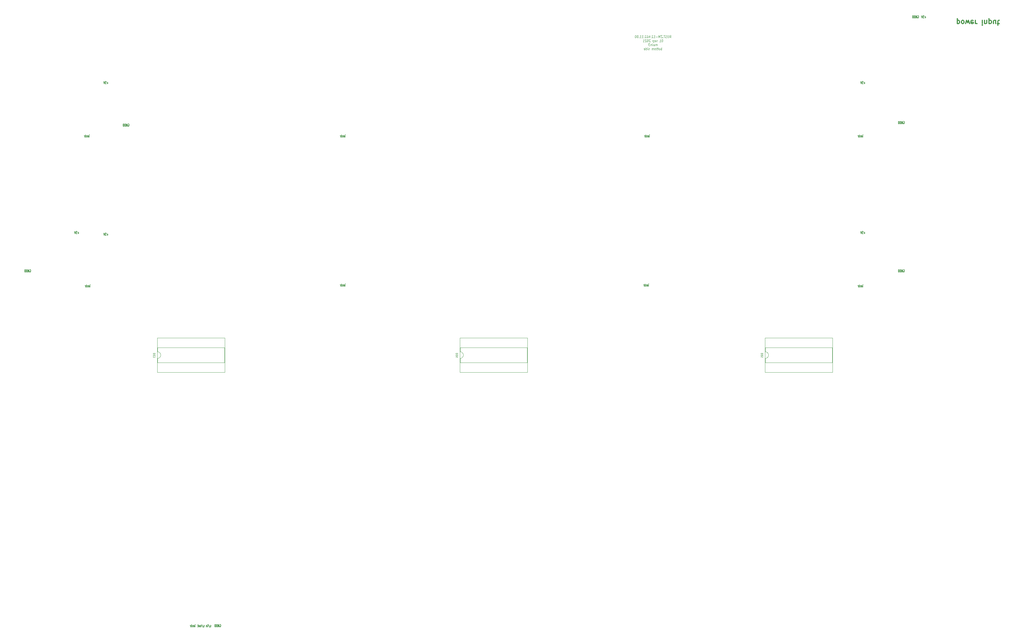
<source format=gbr>
%TF.GenerationSoftware,KiCad,Pcbnew,(5.99.0-12218-g749d2d5987)*%
%TF.CreationDate,2021-09-15T00:58:26+03:00*%
%TF.ProjectId,stend_main,7374656e-645f-46d6-9169-6e2e6b696361,rev*%
%TF.SameCoordinates,PX258bd10PYee998b0*%
%TF.FileFunction,Legend,Bot*%
%TF.FilePolarity,Positive*%
%FSLAX46Y46*%
G04 Gerber Fmt 4.6, Leading zero omitted, Abs format (unit mm)*
G04 Created by KiCad (PCBNEW (5.99.0-12218-g749d2d5987)) date 2021-09-15 00:58:26*
%MOMM*%
%LPD*%
G01*
G04 APERTURE LIST*
%ADD10C,0.127000*%
%ADD11C,0.076200*%
%ADD12C,0.300000*%
G04 APERTURE END LIST*
D10*
X22835809Y151547286D02*
X22835809Y152055286D01*
X22835809Y152309286D02*
X22860000Y152273000D01*
X22835809Y152236715D01*
X22811619Y152273000D01*
X22835809Y152309286D01*
X22835809Y152236715D01*
X22593904Y152055286D02*
X22593904Y151547286D01*
X22593904Y151982715D02*
X22569714Y152019000D01*
X22521333Y152055286D01*
X22448761Y152055286D01*
X22400380Y152019000D01*
X22376190Y151946429D01*
X22376190Y151547286D01*
X22158476Y151583572D02*
X22110095Y151547286D01*
X22013333Y151547286D01*
X21964952Y151583572D01*
X21940761Y151656143D01*
X21940761Y151692429D01*
X21964952Y151765000D01*
X22013333Y151801286D01*
X22085904Y151801286D01*
X22134285Y151837572D01*
X22158476Y151910143D01*
X22158476Y151946429D01*
X22134285Y152019000D01*
X22085904Y152055286D01*
X22013333Y152055286D01*
X21964952Y152019000D01*
X21795619Y152055286D02*
X21602095Y152055286D01*
X21723047Y152309286D02*
X21723047Y151656143D01*
X21698857Y151583572D01*
X21650476Y151547286D01*
X21602095Y151547286D01*
X21432761Y151547286D02*
X21432761Y152055286D01*
X21432761Y151910143D02*
X21408571Y151982715D01*
X21384380Y152019000D01*
X21336000Y152055286D01*
X21287619Y152055286D01*
X28593142Y168093572D02*
X28206095Y168093572D01*
X28399619Y167803286D02*
X28399619Y168383858D01*
X27722285Y168565286D02*
X27964190Y168565286D01*
X27988380Y168202429D01*
X27964190Y168238715D01*
X27915809Y168275000D01*
X27794857Y168275000D01*
X27746476Y168238715D01*
X27722285Y168202429D01*
X27698095Y168129858D01*
X27698095Y167948429D01*
X27722285Y167875858D01*
X27746476Y167839572D01*
X27794857Y167803286D01*
X27915809Y167803286D01*
X27964190Y167839572D01*
X27988380Y167875858D01*
X27552952Y168565286D02*
X27383619Y167803286D01*
X27214285Y168565286D01*
D11*
X199628880Y181835516D02*
X199840547Y182198373D01*
X199991738Y181835516D02*
X199991738Y182597516D01*
X199749833Y182597516D01*
X199689357Y182561230D01*
X199659119Y182524945D01*
X199628880Y182452373D01*
X199628880Y182343516D01*
X199659119Y182270945D01*
X199689357Y182234659D01*
X199749833Y182198373D01*
X199991738Y182198373D01*
X199356738Y182597516D02*
X199356738Y181980659D01*
X199326500Y181908088D01*
X199296261Y181871802D01*
X199235785Y181835516D01*
X199114833Y181835516D01*
X199054357Y181871802D01*
X199024119Y181908088D01*
X198993880Y181980659D01*
X198993880Y182597516D01*
X198721738Y181871802D02*
X198631023Y181835516D01*
X198479833Y181835516D01*
X198419357Y181871802D01*
X198389119Y181908088D01*
X198358880Y181980659D01*
X198358880Y182053230D01*
X198389119Y182125802D01*
X198419357Y182162088D01*
X198479833Y182198373D01*
X198600785Y182234659D01*
X198661261Y182270945D01*
X198691500Y182307230D01*
X198721738Y182379802D01*
X198721738Y182452373D01*
X198691500Y182524945D01*
X198661261Y182561230D01*
X198600785Y182597516D01*
X198449595Y182597516D01*
X198358880Y182561230D01*
X198177452Y182597516D02*
X197814595Y182597516D01*
X197996023Y181835516D02*
X197996023Y182597516D01*
X197602928Y181908088D02*
X197572690Y181871802D01*
X197602928Y181835516D01*
X197633166Y181871802D01*
X197602928Y181908088D01*
X197602928Y181835516D01*
X197361023Y182597516D02*
X196937690Y182597516D01*
X197361023Y181835516D01*
X196937690Y181835516D01*
X196695785Y181835516D02*
X196695785Y182597516D01*
X196484119Y182053230D01*
X196272452Y182597516D01*
X196272452Y181835516D01*
X195970071Y182125802D02*
X195486261Y182125802D01*
X194851261Y181835516D02*
X195214119Y181835516D01*
X195032690Y181835516D02*
X195032690Y182597516D01*
X195093166Y182488659D01*
X195153642Y182416088D01*
X195214119Y182379802D01*
X194609357Y182524945D02*
X194579119Y182561230D01*
X194518642Y182597516D01*
X194367452Y182597516D01*
X194306976Y182561230D01*
X194276738Y182524945D01*
X194246500Y182452373D01*
X194246500Y182379802D01*
X194276738Y182270945D01*
X194639595Y181835516D01*
X194246500Y181835516D01*
X193974357Y181908088D02*
X193944119Y181871802D01*
X193974357Y181835516D01*
X194004595Y181871802D01*
X193974357Y181908088D01*
X193974357Y181835516D01*
X193399833Y182343516D02*
X193399833Y181835516D01*
X193551023Y182633802D02*
X193702214Y182089516D01*
X193309119Y182089516D01*
X192946261Y182597516D02*
X192885785Y182597516D01*
X192825309Y182561230D01*
X192795071Y182524945D01*
X192764833Y182452373D01*
X192734595Y182307230D01*
X192734595Y182125802D01*
X192764833Y181980659D01*
X192795071Y181908088D01*
X192825309Y181871802D01*
X192885785Y181835516D01*
X192946261Y181835516D01*
X193006738Y181871802D01*
X193036976Y181908088D01*
X193067214Y181980659D01*
X193097452Y182125802D01*
X193097452Y182307230D01*
X193067214Y182452373D01*
X193036976Y182524945D01*
X193006738Y182561230D01*
X192946261Y182597516D01*
X192492690Y182524945D02*
X192462452Y182561230D01*
X192401976Y182597516D01*
X192250785Y182597516D01*
X192190309Y182561230D01*
X192160071Y182524945D01*
X192129833Y182452373D01*
X192129833Y182379802D01*
X192160071Y182270945D01*
X192522928Y181835516D01*
X192129833Y181835516D01*
X191857690Y181908088D02*
X191827452Y181871802D01*
X191857690Y181835516D01*
X191887928Y181871802D01*
X191857690Y181908088D01*
X191857690Y181835516D01*
X191222690Y181835516D02*
X191585547Y181835516D01*
X191404119Y181835516D02*
X191404119Y182597516D01*
X191464595Y182488659D01*
X191525071Y182416088D01*
X191585547Y182379802D01*
X190617928Y181835516D02*
X190980785Y181835516D01*
X190799357Y181835516D02*
X190799357Y182597516D01*
X190859833Y182488659D01*
X190920309Y182416088D01*
X190980785Y182379802D01*
X190345785Y181908088D02*
X190315547Y181871802D01*
X190345785Y181835516D01*
X190376023Y181871802D01*
X190345785Y181908088D01*
X190345785Y181835516D01*
X189922452Y182597516D02*
X189861976Y182597516D01*
X189801500Y182561230D01*
X189771261Y182524945D01*
X189741023Y182452373D01*
X189710785Y182307230D01*
X189710785Y182125802D01*
X189741023Y181980659D01*
X189771261Y181908088D01*
X189801500Y181871802D01*
X189861976Y181835516D01*
X189922452Y181835516D01*
X189982928Y181871802D01*
X190013166Y181908088D01*
X190043404Y181980659D01*
X190073642Y182125802D01*
X190073642Y182307230D01*
X190043404Y182452373D01*
X190013166Y182524945D01*
X189982928Y182561230D01*
X189922452Y182597516D01*
X189317690Y182597516D02*
X189257214Y182597516D01*
X189196738Y182561230D01*
X189166500Y182524945D01*
X189136261Y182452373D01*
X189106023Y182307230D01*
X189106023Y182125802D01*
X189136261Y181980659D01*
X189166500Y181908088D01*
X189196738Y181871802D01*
X189257214Y181835516D01*
X189317690Y181835516D01*
X189378166Y181871802D01*
X189408404Y181908088D01*
X189438642Y181980659D01*
X189468880Y182125802D01*
X189468880Y182307230D01*
X189438642Y182452373D01*
X189408404Y182524945D01*
X189378166Y182561230D01*
X189317690Y182597516D01*
X197406380Y181370696D02*
X197345904Y181370696D01*
X197285428Y181334410D01*
X197255190Y181298125D01*
X197224952Y181225553D01*
X197194714Y181080410D01*
X197194714Y180898982D01*
X197224952Y180753839D01*
X197255190Y180681268D01*
X197285428Y180644982D01*
X197345904Y180608696D01*
X197406380Y180608696D01*
X197466857Y180644982D01*
X197497095Y180681268D01*
X197527333Y180753839D01*
X197557571Y180898982D01*
X197557571Y181080410D01*
X197527333Y181225553D01*
X197497095Y181298125D01*
X197466857Y181334410D01*
X197406380Y181370696D01*
X196589952Y180608696D02*
X196952809Y180608696D01*
X196771380Y180608696D02*
X196771380Y181370696D01*
X196831857Y181261839D01*
X196892333Y181189268D01*
X196952809Y181152982D01*
X195864238Y180644982D02*
X195803761Y180608696D01*
X195682809Y180608696D01*
X195622333Y180644982D01*
X195592095Y180717553D01*
X195592095Y180753839D01*
X195622333Y180826410D01*
X195682809Y180862696D01*
X195773523Y180862696D01*
X195834000Y180898982D01*
X195864238Y180971553D01*
X195864238Y181007839D01*
X195834000Y181080410D01*
X195773523Y181116696D01*
X195682809Y181116696D01*
X195622333Y181080410D01*
X195078047Y180644982D02*
X195138523Y180608696D01*
X195259476Y180608696D01*
X195319952Y180644982D01*
X195350190Y180717553D01*
X195350190Y181007839D01*
X195319952Y181080410D01*
X195259476Y181116696D01*
X195138523Y181116696D01*
X195078047Y181080410D01*
X195047809Y181007839D01*
X195047809Y180935268D01*
X195350190Y180862696D01*
X194775666Y181116696D02*
X194775666Y180354696D01*
X194775666Y181080410D02*
X194715190Y181116696D01*
X194594238Y181116696D01*
X194533761Y181080410D01*
X194503523Y181044125D01*
X194473285Y180971553D01*
X194473285Y180753839D01*
X194503523Y180681268D01*
X194533761Y180644982D01*
X194594238Y180608696D01*
X194715190Y180608696D01*
X194775666Y180644982D01*
X193747571Y181298125D02*
X193717333Y181334410D01*
X193656857Y181370696D01*
X193505666Y181370696D01*
X193445190Y181334410D01*
X193414952Y181298125D01*
X193384714Y181225553D01*
X193384714Y181152982D01*
X193414952Y181044125D01*
X193777809Y180608696D01*
X193384714Y180608696D01*
X192991619Y181370696D02*
X192931142Y181370696D01*
X192870666Y181334410D01*
X192840428Y181298125D01*
X192810190Y181225553D01*
X192779952Y181080410D01*
X192779952Y180898982D01*
X192810190Y180753839D01*
X192840428Y180681268D01*
X192870666Y180644982D01*
X192931142Y180608696D01*
X192991619Y180608696D01*
X193052095Y180644982D01*
X193082333Y180681268D01*
X193112571Y180753839D01*
X193142809Y180898982D01*
X193142809Y181080410D01*
X193112571Y181225553D01*
X193082333Y181298125D01*
X193052095Y181334410D01*
X192991619Y181370696D01*
X192538047Y181298125D02*
X192507809Y181334410D01*
X192447333Y181370696D01*
X192296142Y181370696D01*
X192235666Y181334410D01*
X192205428Y181298125D01*
X192175190Y181225553D01*
X192175190Y181152982D01*
X192205428Y181044125D01*
X192568285Y180608696D01*
X192175190Y180608696D01*
X191570428Y180608696D02*
X191933285Y180608696D01*
X191751857Y180608696D02*
X191751857Y181370696D01*
X191812333Y181261839D01*
X191872809Y181189268D01*
X191933285Y181152982D01*
X195864238Y179381876D02*
X195864238Y179889876D01*
X195864238Y179817305D02*
X195834000Y179853590D01*
X195773523Y179889876D01*
X195682809Y179889876D01*
X195622333Y179853590D01*
X195592095Y179781019D01*
X195592095Y179381876D01*
X195592095Y179781019D02*
X195561857Y179853590D01*
X195501380Y179889876D01*
X195410666Y179889876D01*
X195350190Y179853590D01*
X195319952Y179781019D01*
X195319952Y179381876D01*
X194745428Y179381876D02*
X194745428Y179781019D01*
X194775666Y179853590D01*
X194836142Y179889876D01*
X194957095Y179889876D01*
X195017571Y179853590D01*
X194745428Y179418162D02*
X194805904Y179381876D01*
X194957095Y179381876D01*
X195017571Y179418162D01*
X195047809Y179490733D01*
X195047809Y179563305D01*
X195017571Y179635876D01*
X194957095Y179672162D01*
X194805904Y179672162D01*
X194745428Y179708448D01*
X194443047Y179381876D02*
X194443047Y179889876D01*
X194443047Y180143876D02*
X194473285Y180107590D01*
X194443047Y180071305D01*
X194412809Y180107590D01*
X194443047Y180143876D01*
X194443047Y180071305D01*
X194140666Y179889876D02*
X194140666Y179381876D01*
X194140666Y179817305D02*
X194110428Y179853590D01*
X194049952Y179889876D01*
X193959238Y179889876D01*
X193898761Y179853590D01*
X193868523Y179781019D01*
X193868523Y179381876D01*
X193626619Y180143876D02*
X193233523Y180143876D01*
X193445190Y179853590D01*
X193354476Y179853590D01*
X193294000Y179817305D01*
X193263761Y179781019D01*
X193233523Y179708448D01*
X193233523Y179527019D01*
X193263761Y179454448D01*
X193294000Y179418162D01*
X193354476Y179381876D01*
X193535904Y179381876D01*
X193596380Y179418162D01*
X193626619Y179454448D01*
X197270309Y178155056D02*
X197270309Y178917056D01*
X197270309Y178626770D02*
X197209833Y178663056D01*
X197088880Y178663056D01*
X197028404Y178626770D01*
X196998166Y178590485D01*
X196967928Y178517913D01*
X196967928Y178300199D01*
X196998166Y178227628D01*
X197028404Y178191342D01*
X197088880Y178155056D01*
X197209833Y178155056D01*
X197270309Y178191342D01*
X196605071Y178155056D02*
X196665547Y178191342D01*
X196695785Y178227628D01*
X196726023Y178300199D01*
X196726023Y178517913D01*
X196695785Y178590485D01*
X196665547Y178626770D01*
X196605071Y178663056D01*
X196514357Y178663056D01*
X196453880Y178626770D01*
X196423642Y178590485D01*
X196393404Y178517913D01*
X196393404Y178300199D01*
X196423642Y178227628D01*
X196453880Y178191342D01*
X196514357Y178155056D01*
X196605071Y178155056D01*
X196211976Y178663056D02*
X195970071Y178663056D01*
X196121261Y178917056D02*
X196121261Y178263913D01*
X196091023Y178191342D01*
X196030547Y178155056D01*
X195970071Y178155056D01*
X195849119Y178663056D02*
X195607214Y178663056D01*
X195758404Y178917056D02*
X195758404Y178263913D01*
X195728166Y178191342D01*
X195667690Y178155056D01*
X195607214Y178155056D01*
X195304833Y178155056D02*
X195365309Y178191342D01*
X195395547Y178227628D01*
X195425785Y178300199D01*
X195425785Y178517913D01*
X195395547Y178590485D01*
X195365309Y178626770D01*
X195304833Y178663056D01*
X195214119Y178663056D01*
X195153642Y178626770D01*
X195123404Y178590485D01*
X195093166Y178517913D01*
X195093166Y178300199D01*
X195123404Y178227628D01*
X195153642Y178191342D01*
X195214119Y178155056D01*
X195304833Y178155056D01*
X194821023Y178155056D02*
X194821023Y178663056D01*
X194821023Y178590485D02*
X194790785Y178626770D01*
X194730309Y178663056D01*
X194639595Y178663056D01*
X194579119Y178626770D01*
X194548880Y178554199D01*
X194548880Y178155056D01*
X194548880Y178554199D02*
X194518642Y178626770D01*
X194458166Y178663056D01*
X194367452Y178663056D01*
X194306976Y178626770D01*
X194276738Y178554199D01*
X194276738Y178155056D01*
X193520785Y178191342D02*
X193460309Y178155056D01*
X193339357Y178155056D01*
X193278880Y178191342D01*
X193248642Y178263913D01*
X193248642Y178300199D01*
X193278880Y178372770D01*
X193339357Y178409056D01*
X193430071Y178409056D01*
X193490547Y178445342D01*
X193520785Y178517913D01*
X193520785Y178554199D01*
X193490547Y178626770D01*
X193430071Y178663056D01*
X193339357Y178663056D01*
X193278880Y178626770D01*
X192976500Y178155056D02*
X192976500Y178663056D01*
X192976500Y178917056D02*
X193006738Y178880770D01*
X192976500Y178844485D01*
X192946261Y178880770D01*
X192976500Y178917056D01*
X192976500Y178844485D01*
X192401976Y178155056D02*
X192401976Y178917056D01*
X192401976Y178191342D02*
X192462452Y178155056D01*
X192583404Y178155056D01*
X192643880Y178191342D01*
X192674119Y178227628D01*
X192704357Y178300199D01*
X192704357Y178517913D01*
X192674119Y178590485D01*
X192643880Y178626770D01*
X192583404Y178663056D01*
X192462452Y178663056D01*
X192401976Y178626770D01*
X191857690Y178191342D02*
X191918166Y178155056D01*
X192039119Y178155056D01*
X192099595Y178191342D01*
X192129833Y178263913D01*
X192129833Y178554199D01*
X192099595Y178626770D01*
X192039119Y178663056D01*
X191918166Y178663056D01*
X191857690Y178626770D01*
X191827452Y178554199D01*
X191827452Y178481628D01*
X192129833Y178409056D01*
D10*
X28593142Y121865572D02*
X28206095Y121865572D01*
X28399619Y121575286D02*
X28399619Y122155858D01*
X27722285Y122337286D02*
X27964190Y122337286D01*
X27988380Y121974429D01*
X27964190Y122010715D01*
X27915809Y122047000D01*
X27794857Y122047000D01*
X27746476Y122010715D01*
X27722285Y121974429D01*
X27698095Y121901858D01*
X27698095Y121720429D01*
X27722285Y121647858D01*
X27746476Y121611572D01*
X27794857Y121575286D01*
X27915809Y121575286D01*
X27964190Y121611572D01*
X27988380Y121647858D01*
X27552952Y122337286D02*
X27383619Y121575286D01*
X27214285Y122337286D01*
X55093809Y2195286D02*
X55093809Y2703286D01*
X55093809Y2957286D02*
X55118000Y2921000D01*
X55093809Y2884715D01*
X55069619Y2921000D01*
X55093809Y2957286D01*
X55093809Y2884715D01*
X54851904Y2703286D02*
X54851904Y2195286D01*
X54851904Y2630715D02*
X54827714Y2667000D01*
X54779333Y2703286D01*
X54706761Y2703286D01*
X54658380Y2667000D01*
X54634190Y2594429D01*
X54634190Y2195286D01*
X54416476Y2231572D02*
X54368095Y2195286D01*
X54271333Y2195286D01*
X54222952Y2231572D01*
X54198761Y2304143D01*
X54198761Y2340429D01*
X54222952Y2413000D01*
X54271333Y2449286D01*
X54343904Y2449286D01*
X54392285Y2485572D01*
X54416476Y2558143D01*
X54416476Y2594429D01*
X54392285Y2667000D01*
X54343904Y2703286D01*
X54271333Y2703286D01*
X54222952Y2667000D01*
X54053619Y2703286D02*
X53860095Y2703286D01*
X53981047Y2957286D02*
X53981047Y2304143D01*
X53956857Y2231572D01*
X53908476Y2195286D01*
X53860095Y2195286D01*
X53690761Y2195286D02*
X53690761Y2703286D01*
X53690761Y2558143D02*
X53666571Y2630715D01*
X53642380Y2667000D01*
X53594000Y2703286D01*
X53545619Y2703286D01*
X34677047Y155575000D02*
X34725428Y155611286D01*
X34798000Y155611286D01*
X34870571Y155575000D01*
X34918952Y155502429D01*
X34943142Y155429858D01*
X34967333Y155284715D01*
X34967333Y155175858D01*
X34943142Y155030715D01*
X34918952Y154958143D01*
X34870571Y154885572D01*
X34798000Y154849286D01*
X34749619Y154849286D01*
X34677047Y154885572D01*
X34652857Y154921858D01*
X34652857Y155175858D01*
X34749619Y155175858D01*
X34435142Y154849286D02*
X34435142Y155611286D01*
X34144857Y154849286D01*
X34144857Y155611286D01*
X33902952Y154849286D02*
X33902952Y155611286D01*
X33782000Y155611286D01*
X33709428Y155575000D01*
X33661047Y155502429D01*
X33636857Y155429858D01*
X33612666Y155284715D01*
X33612666Y155175858D01*
X33636857Y155030715D01*
X33661047Y154958143D01*
X33709428Y154885572D01*
X33782000Y154849286D01*
X33902952Y154849286D01*
X33394952Y154849286D02*
X33394952Y155611286D01*
X33274000Y155611286D01*
X33201428Y155575000D01*
X33153047Y155502429D01*
X33128857Y155429858D01*
X33104666Y155284715D01*
X33104666Y155175858D01*
X33128857Y155030715D01*
X33153047Y154958143D01*
X33201428Y154885572D01*
X33274000Y154849286D01*
X33394952Y154849286D01*
X258547809Y151547286D02*
X258547809Y152055286D01*
X258547809Y152309286D02*
X258572000Y152273000D01*
X258547809Y152236715D01*
X258523619Y152273000D01*
X258547809Y152309286D01*
X258547809Y152236715D01*
X258305904Y152055286D02*
X258305904Y151547286D01*
X258305904Y151982715D02*
X258281714Y152019000D01*
X258233333Y152055286D01*
X258160761Y152055286D01*
X258112380Y152019000D01*
X258088190Y151946429D01*
X258088190Y151547286D01*
X257870476Y151583572D02*
X257822095Y151547286D01*
X257725333Y151547286D01*
X257676952Y151583572D01*
X257652761Y151656143D01*
X257652761Y151692429D01*
X257676952Y151765000D01*
X257725333Y151801286D01*
X257797904Y151801286D01*
X257846285Y151837572D01*
X257870476Y151910143D01*
X257870476Y151946429D01*
X257846285Y152019000D01*
X257797904Y152055286D01*
X257725333Y152055286D01*
X257676952Y152019000D01*
X257507619Y152055286D02*
X257314095Y152055286D01*
X257435047Y152309286D02*
X257435047Y151656143D01*
X257410857Y151583572D01*
X257362476Y151547286D01*
X257314095Y151547286D01*
X257144761Y151547286D02*
X257144761Y152055286D01*
X257144761Y151910143D02*
X257120571Y151982715D01*
X257096380Y152019000D01*
X257048000Y152055286D01*
X256999619Y152055286D01*
X259225142Y122373572D02*
X258838095Y122373572D01*
X259031619Y122083286D02*
X259031619Y122663858D01*
X258354285Y122845286D02*
X258596190Y122845286D01*
X258620380Y122482429D01*
X258596190Y122518715D01*
X258547809Y122555000D01*
X258426857Y122555000D01*
X258378476Y122518715D01*
X258354285Y122482429D01*
X258330095Y122409858D01*
X258330095Y122228429D01*
X258354285Y122155858D01*
X258378476Y122119572D01*
X258426857Y122083286D01*
X258547809Y122083286D01*
X258596190Y122119572D01*
X258620380Y122155858D01*
X258184952Y122845286D02*
X258015619Y122083286D01*
X257846285Y122845286D01*
X62617047Y2921000D02*
X62665428Y2957286D01*
X62738000Y2957286D01*
X62810571Y2921000D01*
X62858952Y2848429D01*
X62883142Y2775858D01*
X62907333Y2630715D01*
X62907333Y2521858D01*
X62883142Y2376715D01*
X62858952Y2304143D01*
X62810571Y2231572D01*
X62738000Y2195286D01*
X62689619Y2195286D01*
X62617047Y2231572D01*
X62592857Y2267858D01*
X62592857Y2521858D01*
X62689619Y2521858D01*
X62375142Y2195286D02*
X62375142Y2957286D01*
X62084857Y2195286D01*
X62084857Y2957286D01*
X61842952Y2195286D02*
X61842952Y2957286D01*
X61722000Y2957286D01*
X61649428Y2921000D01*
X61601047Y2848429D01*
X61576857Y2775858D01*
X61552666Y2630715D01*
X61552666Y2521858D01*
X61576857Y2376715D01*
X61601047Y2304143D01*
X61649428Y2231572D01*
X61722000Y2195286D01*
X61842952Y2195286D01*
X61334952Y2195286D02*
X61334952Y2957286D01*
X61214000Y2957286D01*
X61141428Y2921000D01*
X61093047Y2848429D01*
X61068857Y2775858D01*
X61044666Y2630715D01*
X61044666Y2521858D01*
X61068857Y2376715D01*
X61093047Y2304143D01*
X61141428Y2231572D01*
X61214000Y2195286D01*
X61334952Y2195286D01*
X100813809Y151547286D02*
X100813809Y152055286D01*
X100813809Y152309286D02*
X100838000Y152273000D01*
X100813809Y152236715D01*
X100789619Y152273000D01*
X100813809Y152309286D01*
X100813809Y152236715D01*
X100571904Y152055286D02*
X100571904Y151547286D01*
X100571904Y151982715D02*
X100547714Y152019000D01*
X100499333Y152055286D01*
X100426761Y152055286D01*
X100378380Y152019000D01*
X100354190Y151946429D01*
X100354190Y151547286D01*
X100136476Y151583572D02*
X100088095Y151547286D01*
X99991333Y151547286D01*
X99942952Y151583572D01*
X99918761Y151656143D01*
X99918761Y151692429D01*
X99942952Y151765000D01*
X99991333Y151801286D01*
X100063904Y151801286D01*
X100112285Y151837572D01*
X100136476Y151910143D01*
X100136476Y151946429D01*
X100112285Y152019000D01*
X100063904Y152055286D01*
X99991333Y152055286D01*
X99942952Y152019000D01*
X99773619Y152055286D02*
X99580095Y152055286D01*
X99701047Y152309286D02*
X99701047Y151656143D01*
X99676857Y151583572D01*
X99628476Y151547286D01*
X99580095Y151547286D01*
X99410761Y151547286D02*
X99410761Y152055286D01*
X99410761Y151910143D02*
X99386571Y151982715D01*
X99362380Y152019000D01*
X99314000Y152055286D01*
X99265619Y152055286D01*
X19703142Y122373572D02*
X19316095Y122373572D01*
X19509619Y122083286D02*
X19509619Y122663858D01*
X18832285Y122845286D02*
X19074190Y122845286D01*
X19098380Y122482429D01*
X19074190Y122518715D01*
X19025809Y122555000D01*
X18904857Y122555000D01*
X18856476Y122518715D01*
X18832285Y122482429D01*
X18808095Y122409858D01*
X18808095Y122228429D01*
X18832285Y122155858D01*
X18856476Y122119572D01*
X18904857Y122083286D01*
X19025809Y122083286D01*
X19074190Y122119572D01*
X19098380Y122155858D01*
X18662952Y122845286D02*
X18493619Y122083286D01*
X18324285Y122845286D01*
D12*
X287288285Y186160572D02*
X287288285Y187660572D01*
X287288285Y186232000D02*
X287431142Y186160572D01*
X287716857Y186160572D01*
X287859714Y186232000D01*
X287931142Y186303429D01*
X288002571Y186446286D01*
X288002571Y186874858D01*
X287931142Y187017715D01*
X287859714Y187089143D01*
X287716857Y187160572D01*
X287431142Y187160572D01*
X287288285Y187089143D01*
X288859714Y187160572D02*
X288716857Y187089143D01*
X288645428Y187017715D01*
X288574000Y186874858D01*
X288574000Y186446286D01*
X288645428Y186303429D01*
X288716857Y186232000D01*
X288859714Y186160572D01*
X289074000Y186160572D01*
X289216857Y186232000D01*
X289288285Y186303429D01*
X289359714Y186446286D01*
X289359714Y186874858D01*
X289288285Y187017715D01*
X289216857Y187089143D01*
X289074000Y187160572D01*
X288859714Y187160572D01*
X289859714Y186160572D02*
X290145428Y187160572D01*
X290431142Y186446286D01*
X290716857Y187160572D01*
X291002571Y186160572D01*
X292145428Y187089143D02*
X292002571Y187160572D01*
X291716857Y187160572D01*
X291574000Y187089143D01*
X291502571Y186946286D01*
X291502571Y186374858D01*
X291574000Y186232000D01*
X291716857Y186160572D01*
X292002571Y186160572D01*
X292145428Y186232000D01*
X292216857Y186374858D01*
X292216857Y186517715D01*
X291502571Y186660572D01*
X292859714Y187160572D02*
X292859714Y186160572D01*
X292859714Y186446286D02*
X292931142Y186303429D01*
X293002571Y186232000D01*
X293145428Y186160572D01*
X293288285Y186160572D01*
X294931142Y187160572D02*
X294931142Y186160572D01*
X294931142Y185660572D02*
X294859714Y185732000D01*
X294931142Y185803429D01*
X295002571Y185732000D01*
X294931142Y185660572D01*
X294931142Y185803429D01*
X295645428Y186160572D02*
X295645428Y187160572D01*
X295645428Y186303429D02*
X295716857Y186232000D01*
X295859714Y186160572D01*
X296074000Y186160572D01*
X296216857Y186232000D01*
X296288285Y186374858D01*
X296288285Y187160572D01*
X297002571Y186160572D02*
X297002571Y187660572D01*
X297002571Y186232000D02*
X297145428Y186160572D01*
X297431142Y186160572D01*
X297574000Y186232000D01*
X297645428Y186303429D01*
X297716857Y186446286D01*
X297716857Y186874858D01*
X297645428Y187017715D01*
X297574000Y187089143D01*
X297431142Y187160572D01*
X297145428Y187160572D01*
X297002571Y187089143D01*
X299002571Y186160572D02*
X299002571Y187160572D01*
X298359714Y186160572D02*
X298359714Y186946286D01*
X298431142Y187089143D01*
X298574000Y187160572D01*
X298788285Y187160572D01*
X298931142Y187089143D01*
X299002571Y187017715D01*
X299502571Y186160572D02*
X300074000Y186160572D01*
X299716857Y185660572D02*
X299716857Y186946286D01*
X299788285Y187089143D01*
X299931142Y187160572D01*
X300074000Y187160572D01*
D10*
X100813809Y106081286D02*
X100813809Y106589286D01*
X100813809Y106843286D02*
X100838000Y106807000D01*
X100813809Y106770715D01*
X100789619Y106807000D01*
X100813809Y106843286D01*
X100813809Y106770715D01*
X100571904Y106589286D02*
X100571904Y106081286D01*
X100571904Y106516715D02*
X100547714Y106553000D01*
X100499333Y106589286D01*
X100426761Y106589286D01*
X100378380Y106553000D01*
X100354190Y106480429D01*
X100354190Y106081286D01*
X100136476Y106117572D02*
X100088095Y106081286D01*
X99991333Y106081286D01*
X99942952Y106117572D01*
X99918761Y106190143D01*
X99918761Y106226429D01*
X99942952Y106299000D01*
X99991333Y106335286D01*
X100063904Y106335286D01*
X100112285Y106371572D01*
X100136476Y106444143D01*
X100136476Y106480429D01*
X100112285Y106553000D01*
X100063904Y106589286D01*
X99991333Y106589286D01*
X99942952Y106553000D01*
X99773619Y106589286D02*
X99580095Y106589286D01*
X99701047Y106843286D02*
X99701047Y106190143D01*
X99676857Y106117572D01*
X99628476Y106081286D01*
X99580095Y106081286D01*
X99410761Y106081286D02*
X99410761Y106589286D01*
X99410761Y106444143D02*
X99386571Y106516715D01*
X99362380Y106553000D01*
X99314000Y106589286D01*
X99265619Y106589286D01*
X193523809Y151547286D02*
X193523809Y152055286D01*
X193523809Y152309286D02*
X193548000Y152273000D01*
X193523809Y152236715D01*
X193499619Y152273000D01*
X193523809Y152309286D01*
X193523809Y152236715D01*
X193281904Y152055286D02*
X193281904Y151547286D01*
X193281904Y151982715D02*
X193257714Y152019000D01*
X193209333Y152055286D01*
X193136761Y152055286D01*
X193088380Y152019000D01*
X193064190Y151946429D01*
X193064190Y151547286D01*
X192846476Y151583572D02*
X192798095Y151547286D01*
X192701333Y151547286D01*
X192652952Y151583572D01*
X192628761Y151656143D01*
X192628761Y151692429D01*
X192652952Y151765000D01*
X192701333Y151801286D01*
X192773904Y151801286D01*
X192822285Y151837572D01*
X192846476Y151910143D01*
X192846476Y151946429D01*
X192822285Y152019000D01*
X192773904Y152055286D01*
X192701333Y152055286D01*
X192652952Y152019000D01*
X192483619Y152055286D02*
X192290095Y152055286D01*
X192411047Y152309286D02*
X192411047Y151656143D01*
X192386857Y151583572D01*
X192338476Y151547286D01*
X192290095Y151547286D01*
X192120761Y151547286D02*
X192120761Y152055286D01*
X192120761Y151910143D02*
X192096571Y151982715D01*
X192072380Y152019000D01*
X192024000Y152055286D01*
X191975619Y152055286D01*
X277767142Y188159572D02*
X277380095Y188159572D01*
X277573619Y187869286D02*
X277573619Y188449858D01*
X276896285Y188631286D02*
X277138190Y188631286D01*
X277162380Y188268429D01*
X277138190Y188304715D01*
X277089809Y188341000D01*
X276968857Y188341000D01*
X276920476Y188304715D01*
X276896285Y188268429D01*
X276872095Y188195858D01*
X276872095Y188014429D01*
X276896285Y187941858D01*
X276920476Y187905572D01*
X276968857Y187869286D01*
X277089809Y187869286D01*
X277138190Y187905572D01*
X277162380Y187941858D01*
X276726952Y188631286D02*
X276557619Y187869286D01*
X276388285Y188631286D01*
X193269809Y106081286D02*
X193269809Y106589286D01*
X193269809Y106843286D02*
X193294000Y106807000D01*
X193269809Y106770715D01*
X193245619Y106807000D01*
X193269809Y106843286D01*
X193269809Y106770715D01*
X193027904Y106589286D02*
X193027904Y106081286D01*
X193027904Y106516715D02*
X193003714Y106553000D01*
X192955333Y106589286D01*
X192882761Y106589286D01*
X192834380Y106553000D01*
X192810190Y106480429D01*
X192810190Y106081286D01*
X192592476Y106117572D02*
X192544095Y106081286D01*
X192447333Y106081286D01*
X192398952Y106117572D01*
X192374761Y106190143D01*
X192374761Y106226429D01*
X192398952Y106299000D01*
X192447333Y106335286D01*
X192519904Y106335286D01*
X192568285Y106371572D01*
X192592476Y106444143D01*
X192592476Y106480429D01*
X192568285Y106553000D01*
X192519904Y106589286D01*
X192447333Y106589286D01*
X192398952Y106553000D01*
X192229619Y106589286D02*
X192036095Y106589286D01*
X192157047Y106843286D02*
X192157047Y106190143D01*
X192132857Y106117572D01*
X192084476Y106081286D01*
X192036095Y106081286D01*
X191866761Y106081286D02*
X191866761Y106589286D01*
X191866761Y106444143D02*
X191842571Y106516715D01*
X191818380Y106553000D01*
X191770000Y106589286D01*
X191721619Y106589286D01*
X57875714Y2231572D02*
X57827333Y2195286D01*
X57730571Y2195286D01*
X57682190Y2231572D01*
X57658000Y2304143D01*
X57658000Y2340429D01*
X57682190Y2413000D01*
X57730571Y2449286D01*
X57803142Y2449286D01*
X57851523Y2485572D01*
X57875714Y2558143D01*
X57875714Y2594429D01*
X57851523Y2667000D01*
X57803142Y2703286D01*
X57730571Y2703286D01*
X57682190Y2667000D01*
X57077428Y2993572D02*
X57512857Y2013858D01*
X56835523Y2195286D02*
X56883904Y2231572D01*
X56908095Y2267858D01*
X56932285Y2340429D01*
X56932285Y2558143D01*
X56908095Y2630715D01*
X56883904Y2667000D01*
X56835523Y2703286D01*
X56762952Y2703286D01*
X56714571Y2667000D01*
X56690380Y2630715D01*
X56666190Y2558143D01*
X56666190Y2340429D01*
X56690380Y2267858D01*
X56714571Y2231572D01*
X56762952Y2195286D01*
X56835523Y2195286D01*
X56230761Y2703286D02*
X56230761Y2195286D01*
X56448476Y2703286D02*
X56448476Y2304143D01*
X56424285Y2231572D01*
X56375904Y2195286D01*
X56303333Y2195286D01*
X56254952Y2231572D01*
X56230761Y2267858D01*
X56061428Y2703286D02*
X55867904Y2703286D01*
X55988857Y2957286D02*
X55988857Y2304143D01*
X55964666Y2231572D01*
X55916285Y2195286D01*
X55867904Y2195286D01*
X259225142Y168093572D02*
X258838095Y168093572D01*
X259031619Y167803286D02*
X259031619Y168383858D01*
X258354285Y168565286D02*
X258596190Y168565286D01*
X258620380Y168202429D01*
X258596190Y168238715D01*
X258547809Y168275000D01*
X258426857Y168275000D01*
X258378476Y168238715D01*
X258354285Y168202429D01*
X258330095Y168129858D01*
X258330095Y167948429D01*
X258354285Y167875858D01*
X258378476Y167839572D01*
X258426857Y167803286D01*
X258547809Y167803286D01*
X258596190Y167839572D01*
X258620380Y167875858D01*
X258184952Y168565286D02*
X258015619Y167803286D01*
X257846285Y168565286D01*
X23089809Y105827286D02*
X23089809Y106335286D01*
X23089809Y106589286D02*
X23114000Y106553000D01*
X23089809Y106516715D01*
X23065619Y106553000D01*
X23089809Y106589286D01*
X23089809Y106516715D01*
X22847904Y106335286D02*
X22847904Y105827286D01*
X22847904Y106262715D02*
X22823714Y106299000D01*
X22775333Y106335286D01*
X22702761Y106335286D01*
X22654380Y106299000D01*
X22630190Y106226429D01*
X22630190Y105827286D01*
X22412476Y105863572D02*
X22364095Y105827286D01*
X22267333Y105827286D01*
X22218952Y105863572D01*
X22194761Y105936143D01*
X22194761Y105972429D01*
X22218952Y106045000D01*
X22267333Y106081286D01*
X22339904Y106081286D01*
X22388285Y106117572D01*
X22412476Y106190143D01*
X22412476Y106226429D01*
X22388285Y106299000D01*
X22339904Y106335286D01*
X22267333Y106335286D01*
X22218952Y106299000D01*
X22049619Y106335286D02*
X21856095Y106335286D01*
X21977047Y106589286D02*
X21977047Y105936143D01*
X21952857Y105863572D01*
X21904476Y105827286D01*
X21856095Y105827286D01*
X21686761Y105827286D02*
X21686761Y106335286D01*
X21686761Y106190143D02*
X21662571Y106262715D01*
X21638380Y106299000D01*
X21590000Y106335286D01*
X21541619Y106335286D01*
X59907714Y2231572D02*
X59859333Y2195286D01*
X59762571Y2195286D01*
X59714190Y2231572D01*
X59690000Y2304143D01*
X59690000Y2340429D01*
X59714190Y2413000D01*
X59762571Y2449286D01*
X59835142Y2449286D01*
X59883523Y2485572D01*
X59907714Y2558143D01*
X59907714Y2594429D01*
X59883523Y2667000D01*
X59835142Y2703286D01*
X59762571Y2703286D01*
X59714190Y2667000D01*
X59109428Y2993572D02*
X59544857Y2013858D01*
X58940095Y2195286D02*
X58940095Y2703286D01*
X58940095Y2957286D02*
X58964285Y2921000D01*
X58940095Y2884715D01*
X58915904Y2921000D01*
X58940095Y2957286D01*
X58940095Y2884715D01*
X58698190Y2703286D02*
X58698190Y2195286D01*
X58698190Y2630715D02*
X58674000Y2667000D01*
X58625619Y2703286D01*
X58553047Y2703286D01*
X58504666Y2667000D01*
X58480476Y2594429D01*
X58480476Y2195286D01*
X4705047Y111125000D02*
X4753428Y111161286D01*
X4826000Y111161286D01*
X4898571Y111125000D01*
X4946952Y111052429D01*
X4971142Y110979858D01*
X4995333Y110834715D01*
X4995333Y110725858D01*
X4971142Y110580715D01*
X4946952Y110508143D01*
X4898571Y110435572D01*
X4826000Y110399286D01*
X4777619Y110399286D01*
X4705047Y110435572D01*
X4680857Y110471858D01*
X4680857Y110725858D01*
X4777619Y110725858D01*
X4463142Y110399286D02*
X4463142Y111161286D01*
X4172857Y110399286D01*
X4172857Y111161286D01*
X3930952Y110399286D02*
X3930952Y111161286D01*
X3810000Y111161286D01*
X3737428Y111125000D01*
X3689047Y111052429D01*
X3664857Y110979858D01*
X3640666Y110834715D01*
X3640666Y110725858D01*
X3664857Y110580715D01*
X3689047Y110508143D01*
X3737428Y110435572D01*
X3810000Y110399286D01*
X3930952Y110399286D01*
X3422952Y110399286D02*
X3422952Y111161286D01*
X3302000Y111161286D01*
X3229428Y111125000D01*
X3181047Y111052429D01*
X3156857Y110979858D01*
X3132666Y110834715D01*
X3132666Y110725858D01*
X3156857Y110580715D01*
X3181047Y110508143D01*
X3229428Y110435572D01*
X3302000Y110399286D01*
X3422952Y110399286D01*
X275215047Y188595000D02*
X275263428Y188631286D01*
X275336000Y188631286D01*
X275408571Y188595000D01*
X275456952Y188522429D01*
X275481142Y188449858D01*
X275505333Y188304715D01*
X275505333Y188195858D01*
X275481142Y188050715D01*
X275456952Y187978143D01*
X275408571Y187905572D01*
X275336000Y187869286D01*
X275287619Y187869286D01*
X275215047Y187905572D01*
X275190857Y187941858D01*
X275190857Y188195858D01*
X275287619Y188195858D01*
X274973142Y187869286D02*
X274973142Y188631286D01*
X274682857Y187869286D01*
X274682857Y188631286D01*
X274440952Y187869286D02*
X274440952Y188631286D01*
X274320000Y188631286D01*
X274247428Y188595000D01*
X274199047Y188522429D01*
X274174857Y188449858D01*
X274150666Y188304715D01*
X274150666Y188195858D01*
X274174857Y188050715D01*
X274199047Y187978143D01*
X274247428Y187905572D01*
X274320000Y187869286D01*
X274440952Y187869286D01*
X273932952Y187869286D02*
X273932952Y188631286D01*
X273812000Y188631286D01*
X273739428Y188595000D01*
X273691047Y188522429D01*
X273666857Y188449858D01*
X273642666Y188304715D01*
X273642666Y188195858D01*
X273666857Y188050715D01*
X273691047Y187978143D01*
X273739428Y187905572D01*
X273812000Y187869286D01*
X273932952Y187869286D01*
X270897047Y156337000D02*
X270945428Y156373286D01*
X271018000Y156373286D01*
X271090571Y156337000D01*
X271138952Y156264429D01*
X271163142Y156191858D01*
X271187333Y156046715D01*
X271187333Y155937858D01*
X271163142Y155792715D01*
X271138952Y155720143D01*
X271090571Y155647572D01*
X271018000Y155611286D01*
X270969619Y155611286D01*
X270897047Y155647572D01*
X270872857Y155683858D01*
X270872857Y155937858D01*
X270969619Y155937858D01*
X270655142Y155611286D02*
X270655142Y156373286D01*
X270364857Y155611286D01*
X270364857Y156373286D01*
X270122952Y155611286D02*
X270122952Y156373286D01*
X270002000Y156373286D01*
X269929428Y156337000D01*
X269881047Y156264429D01*
X269856857Y156191858D01*
X269832666Y156046715D01*
X269832666Y155937858D01*
X269856857Y155792715D01*
X269881047Y155720143D01*
X269929428Y155647572D01*
X270002000Y155611286D01*
X270122952Y155611286D01*
X269614952Y155611286D02*
X269614952Y156373286D01*
X269494000Y156373286D01*
X269421428Y156337000D01*
X269373047Y156264429D01*
X269348857Y156191858D01*
X269324666Y156046715D01*
X269324666Y155937858D01*
X269348857Y155792715D01*
X269373047Y155720143D01*
X269421428Y155647572D01*
X269494000Y155611286D01*
X269614952Y155611286D01*
X258547809Y105827286D02*
X258547809Y106335286D01*
X258547809Y106589286D02*
X258572000Y106553000D01*
X258547809Y106516715D01*
X258523619Y106553000D01*
X258547809Y106589286D01*
X258547809Y106516715D01*
X258305904Y106335286D02*
X258305904Y105827286D01*
X258305904Y106262715D02*
X258281714Y106299000D01*
X258233333Y106335286D01*
X258160761Y106335286D01*
X258112380Y106299000D01*
X258088190Y106226429D01*
X258088190Y105827286D01*
X257870476Y105863572D02*
X257822095Y105827286D01*
X257725333Y105827286D01*
X257676952Y105863572D01*
X257652761Y105936143D01*
X257652761Y105972429D01*
X257676952Y106045000D01*
X257725333Y106081286D01*
X257797904Y106081286D01*
X257846285Y106117572D01*
X257870476Y106190143D01*
X257870476Y106226429D01*
X257846285Y106299000D01*
X257797904Y106335286D01*
X257725333Y106335286D01*
X257676952Y106299000D01*
X257507619Y106335286D02*
X257314095Y106335286D01*
X257435047Y106589286D02*
X257435047Y105936143D01*
X257410857Y105863572D01*
X257362476Y105827286D01*
X257314095Y105827286D01*
X257144761Y105827286D02*
X257144761Y106335286D01*
X257144761Y106190143D02*
X257120571Y106262715D01*
X257096380Y106299000D01*
X257048000Y106335286D01*
X256999619Y106335286D01*
X270897047Y111125000D02*
X270945428Y111161286D01*
X271018000Y111161286D01*
X271090571Y111125000D01*
X271138952Y111052429D01*
X271163142Y110979858D01*
X271187333Y110834715D01*
X271187333Y110725858D01*
X271163142Y110580715D01*
X271138952Y110508143D01*
X271090571Y110435572D01*
X271018000Y110399286D01*
X270969619Y110399286D01*
X270897047Y110435572D01*
X270872857Y110471858D01*
X270872857Y110725858D01*
X270969619Y110725858D01*
X270655142Y110399286D02*
X270655142Y111161286D01*
X270364857Y110399286D01*
X270364857Y111161286D01*
X270122952Y110399286D02*
X270122952Y111161286D01*
X270002000Y111161286D01*
X269929428Y111125000D01*
X269881047Y111052429D01*
X269856857Y110979858D01*
X269832666Y110834715D01*
X269832666Y110725858D01*
X269856857Y110580715D01*
X269881047Y110508143D01*
X269929428Y110435572D01*
X270002000Y110399286D01*
X270122952Y110399286D01*
X269614952Y110399286D02*
X269614952Y111161286D01*
X269494000Y111161286D01*
X269421428Y111125000D01*
X269373047Y111052429D01*
X269348857Y110979858D01*
X269324666Y110834715D01*
X269324666Y110725858D01*
X269348857Y110580715D01*
X269373047Y110508143D01*
X269421428Y110435572D01*
X269494000Y110399286D01*
X269614952Y110399286D01*
D11*
%TO.C,DD5*%
X228081261Y85708953D02*
X227446261Y85708953D01*
X227446261Y85588000D01*
X227476500Y85515429D01*
X227536976Y85467048D01*
X227597452Y85442858D01*
X227718404Y85418667D01*
X227809119Y85418667D01*
X227930071Y85442858D01*
X227990547Y85467048D01*
X228051023Y85515429D01*
X228081261Y85588000D01*
X228081261Y85708953D01*
X228081261Y85200953D02*
X227446261Y85200953D01*
X227446261Y85080000D01*
X227476500Y85007429D01*
X227536976Y84959048D01*
X227597452Y84934858D01*
X227718404Y84910667D01*
X227809119Y84910667D01*
X227930071Y84934858D01*
X227990547Y84959048D01*
X228051023Y85007429D01*
X228081261Y85080000D01*
X228081261Y85200953D01*
X227446261Y84451048D02*
X227446261Y84692953D01*
X227748642Y84717143D01*
X227718404Y84692953D01*
X227688166Y84644572D01*
X227688166Y84523620D01*
X227718404Y84475239D01*
X227748642Y84451048D01*
X227809119Y84426858D01*
X227960309Y84426858D01*
X228020785Y84451048D01*
X228051023Y84475239D01*
X228081261Y84523620D01*
X228081261Y84644572D01*
X228051023Y84692953D01*
X228020785Y84717143D01*
%TO.C,DD3*%
X42905261Y85708953D02*
X42270261Y85708953D01*
X42270261Y85588000D01*
X42300500Y85515429D01*
X42360976Y85467048D01*
X42421452Y85442858D01*
X42542404Y85418667D01*
X42633119Y85418667D01*
X42754071Y85442858D01*
X42814547Y85467048D01*
X42875023Y85515429D01*
X42905261Y85588000D01*
X42905261Y85708953D01*
X42905261Y85200953D02*
X42270261Y85200953D01*
X42270261Y85080000D01*
X42300500Y85007429D01*
X42360976Y84959048D01*
X42421452Y84934858D01*
X42542404Y84910667D01*
X42633119Y84910667D01*
X42754071Y84934858D01*
X42814547Y84959048D01*
X42875023Y85007429D01*
X42905261Y85080000D01*
X42905261Y85200953D01*
X42270261Y84741334D02*
X42270261Y84426858D01*
X42512166Y84596191D01*
X42512166Y84523620D01*
X42542404Y84475239D01*
X42572642Y84451048D01*
X42633119Y84426858D01*
X42784309Y84426858D01*
X42844785Y84451048D01*
X42875023Y84475239D01*
X42905261Y84523620D01*
X42905261Y84668762D01*
X42875023Y84717143D01*
X42844785Y84741334D01*
%TO.C,DD4*%
X135107261Y85708953D02*
X134472261Y85708953D01*
X134472261Y85588000D01*
X134502500Y85515429D01*
X134562976Y85467048D01*
X134623452Y85442858D01*
X134744404Y85418667D01*
X134835119Y85418667D01*
X134956071Y85442858D01*
X135016547Y85467048D01*
X135077023Y85515429D01*
X135107261Y85588000D01*
X135107261Y85708953D01*
X135107261Y85200953D02*
X134472261Y85200953D01*
X134472261Y85080000D01*
X134502500Y85007429D01*
X134562976Y84959048D01*
X134623452Y84934858D01*
X134744404Y84910667D01*
X134835119Y84910667D01*
X134956071Y84934858D01*
X135016547Y84959048D01*
X135077023Y85007429D01*
X135107261Y85080000D01*
X135107261Y85200953D01*
X134683928Y84475239D02*
X135107261Y84475239D01*
X134442023Y84596191D02*
X134895595Y84717143D01*
X134895595Y84402667D01*
%TO.C,DD5*%
X249294000Y79830000D02*
X228734000Y79830000D01*
X249294000Y90330000D02*
X249294000Y79830000D01*
X249234000Y87330000D02*
X249234000Y82830000D01*
X228794000Y86080000D02*
X228794000Y87330000D01*
X228734000Y79830000D02*
X228734000Y90330000D01*
X228794000Y87330000D02*
X249234000Y87330000D01*
X249234000Y82830000D02*
X228794000Y82830000D01*
X228794000Y82830000D02*
X228794000Y84080000D01*
X228734000Y90330000D02*
X249294000Y90330000D01*
X228794000Y84080000D02*
G75*
G03*
X228794000Y86080000I0J1000000D01*
G01*
%TO.C,DD3*%
X43558000Y90330000D02*
X64118000Y90330000D01*
X43618000Y86080000D02*
X43618000Y87330000D01*
X43558000Y79830000D02*
X43558000Y90330000D01*
X64058000Y87330000D02*
X64058000Y82830000D01*
X64058000Y82830000D02*
X43618000Y82830000D01*
X43618000Y82830000D02*
X43618000Y84080000D01*
X64118000Y90330000D02*
X64118000Y79830000D01*
X43618000Y87330000D02*
X64058000Y87330000D01*
X64118000Y79830000D02*
X43558000Y79830000D01*
X43618000Y84080000D02*
G75*
G03*
X43618000Y86080000I0J1000000D01*
G01*
%TO.C,DD4*%
X156260000Y87330000D02*
X156260000Y82830000D01*
X135760000Y79830000D02*
X135760000Y90330000D01*
X156320000Y90330000D02*
X156320000Y79830000D01*
X135820000Y82830000D02*
X135820000Y84080000D01*
X135760000Y90330000D02*
X156320000Y90330000D01*
X135820000Y87330000D02*
X156260000Y87330000D01*
X156260000Y82830000D02*
X135820000Y82830000D01*
X156320000Y79830000D02*
X135760000Y79830000D01*
X135820000Y86080000D02*
X135820000Y87330000D01*
X135820000Y84080000D02*
G75*
G03*
X135820000Y86080000I0J1000000D01*
G01*
%TD*%
M02*

</source>
